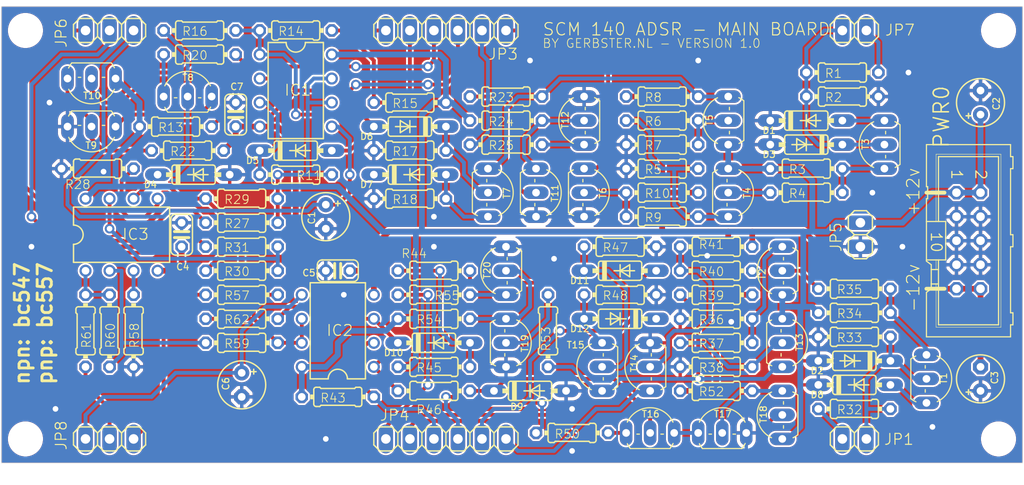
<source format=kicad_pcb>
(kicad_pcb (version 20240108) (generator "pcbnew") (generator_version "8.0")
  (layers (0 "F.Cu" signal) (31 "B.Cu" signal) (34 "B.Paste" user) (35 "F.Paste" user) (36 "B.SilkS" user "B.Silkscreen") (37 "F.SilkS" user "F.Silkscreen") (38 "B.Mask" user) (39 "F.Mask" user) (44 "Edge.Cuts" user))
  (net 0 "")
  (net 1 "MANUAL-TRIGGER-1")
  (net 2 "GND")
  (net 3 "N$3")
  (net 4 "N$4")
  (net 5 "+12V")
  (net 6 "N$5")
  (net 7 "N$6")
  (net 8 "-12V")
  (net 9 "N$7")
  (net 10 "N$8")
  (net 11 "N$9")
  (net 12 "S1-B")
  (net 13 "N$12")
  (net 14 "N$13")
  (net 15 "N$14")
  (net 16 "N$15")
  (net 17 "N$17")
  (net 18 "N$16")
  (net 19 "A1-IN")
  (net 20 "N$23")
  (net 21 "S1-W")
  (net 22 "N$24")
  (net 23 "N$25")
  (net 24 "N$26")
  (net 25 "N$27")
  (net 26 "N$28")
  (net 27 "C1-OUT")
  (net 28 "N$21")
  (net 29 "N$30")
  (net 30 "N$33")
  (net 31 "N$1")
  (net 32 "S1-A")
  (net 33 "MANUAL-TRIGGER-2")
  (net 34 "N$32")
  (net 35 "N$34")
  (net 36 "N$35")
  (net 37 "N$36")
  (net 38 "N$37")
  (net 39 "N$38")
  (net 40 "N$39")
  (net 41 "S2-B")
  (net 42 "N$41")
  (net 43 "N$42")
  (net 44 "N$43")
  (net 45 "N$44")
  (net 46 "N$45")
  (net 47 "N$46")
  (net 48 "A2-IN")
  (net 49 "N$48")
  (net 50 "S2-W")
  (net 51 "N$51")
  (net 52 "N$52")
  (net 53 "N$53")
  (net 54 "N$54")
  (net 55 "N$55")
  (net 56 "C2-OUT")
  (net 57 "N$58")
  (net 58 "N$59")
  (net 59 "N$60")
  (net 60 "N$61")
  (net 61 "S2-A")
  (net 62 "D1-IN")
  (net 63 "R1-IN")
  (net 64 "R2-IN")
  (net 65 "D2-IN")
  (net 66 "GATE-2")
  (net 67 "GATE-1")
  (net 68 "NORM-OUT-1")
  (net 69 "INV-OUT-1")
  (net 70 "NORM-OUT-2")
  (net 71 "INV-OUT-2")
  (footprint "mainboard:0204_7" (layer "F.Cu") (at 119.9261 116.4336)
    (property "Reference" "R59")
    (property "Value" "100k")
  )
  (footprint "mainboard:E2,5-5" (layer "F.Cu") (at 119.9261 120.8786 -90)
    (property "Reference" "C6")
    (property "Value" "3.3u/35v")
  )
  (footprint "mainboard:TO92-CBE" (layer "F.Cu") (at 187.8711 95.4786 90)
    (property "Reference" "T3")
    (property "Value" "")
  )
  (footprint "mainboard:1X03" (layer "F.Cu") (at 105.9561 126.5936)
    (property "Reference" "JP8")
    (property "Value" "")
  )
  (footprint "mainboard:0204_7" (layer "F.Cu") (at 119.9261 103.7336 180)
    (property "Reference" "R27")
    (property "Value" "1k")
  )
  (footprint "mainboard:0204_7" (layer "F.Cu") (at 137.7061 91.0336)
    (property "Reference" "R15")
    (property "Value" "22k")
  )
  (footprint "" (layer "F.Cu") (at 199.9361 126.5936)
    (property "Reference" "@HOLE3" (hide yes))
    (property "Value" "")
  )
  (footprint "mainboard:E2,5-5" (layer "F.Cu") (at 198.0311 91.0336 90)
    (property "Reference" "C2")
    (property "Value" "47u/16v")
  )
  (footprint "mainboard:TO92-EBC" (layer "F.Cu") (at 175.8061 108.8136 90)
    (property "Reference" "T2")
    (property "Value" "")
  )
  (footprint "mainboard:0204_7" (layer "F.Cu") (at 114.2111 96.1136 180)
    (property "Reference" "R22")
    (property "Value" "15k")
  )
  (footprint "mainboard:0204_7" (layer "F.Cu") (at 115.4811 85.9536)
    (property "Reference" "R20")
    (property "Value" "330")
  )
  (footprint "mainboard:TO92-EBC" (layer "F.Cu") (at 104.0511 94.8436 180)
    (property "Reference" "T9")
    (property "Value" "")
  )
  (footprint "mainboard:0204_7" (layer "F.Cu") (at 108.4961 115.1636 90)
    (property "Reference" "R58")
    (property "Value" "47k")
  )
  (footprint "mainboard:0204_7" (layer "F.Cu") (at 154.8511 125.9586 180)
    (property "Reference" "R50")
    (property "Value" "330")
  )
  (footprint "mainboard:0204_7" (layer "F.Cu") (at 119.9261 111.3536 180)
    (property "Reference" "R57")
    (property "Value" "1k")
  )
  (footprint "mainboard:0204_7" (layer "F.Cu") (at 184.6961 113.2586 180)
    (property "Reference" "R34")
    (property "Value" "10k")
  )
  (footprint "mainboard:0204_7" (layer "F.Cu") (at 119.9261 106.2736 180)
    (property "Reference" "R31")
    (property "Value" "1k")
  )
  (footprint "mainboard:0204_7" (layer "F.Cu") (at 119.9261 113.8936 180)
    (property "Reference" "R62")
    (property "Value" "47k")
  )
  (footprint "mainboard:DO35-7" (layer "F.Cu") (at 184.6961 118.3386 180)
    (property "Reference" "D2")
    (property "Value" "")
  )
  (footprint "mainboard:0204_7" (layer "F.Cu") (at 164.3761 92.9386)
    (property "Reference" "R6")
    (property "Value" "22k")
  )
  (footprint "mainboard:DO35-7" (layer "F.Cu") (at 179.6161 95.4786 180)
    (property "Reference" "D1")
    (property "Value" "")
  )
  (footprint "mainboard:E2,5-5" (layer "F.Cu") (at 198.0311 120.2436 90)
    (property "Reference" "C3")
    (property "Value" "47u/16v")
  )
  (footprint "mainboard:1X02" (layer "F.Cu") (at 185.3311 105.0036 90)
    (property "Reference" "JP5")
    (property "Value" "")
  )
  (footprint "mainboard:1X02" (layer "F.Cu") (at 184.6961 83.4136)
    (property "Reference" "JP7")
    (property "Value" "")
  )
  (footprint "mainboard:0204_7" (layer "F.Cu") (at 170.0911 106.2736 180)
    (property "Reference" "R41")
    (property "Value" "560k")
  )
  (footprint "mainboard:0204_7" (layer "F.Cu") (at 140.2461 118.9736 180)
    (property "Reference" "R45")
    (property "Value" "22k")
  )
  (footprint "mainboard:0204_7" (layer "F.Cu") (at 140.2461 121.5136 180)
    (property "Reference" "R46")
    (property "Value" "100k")
  )
  (footprint "mainboard:DIL08" (layer "F.Cu") (at 130.0861 115.1636 90)
    (property "Reference" "IC2")
    (property "Value" "LM4558N")
  )
  (footprint "mainboard:DIL08" (layer "F.Cu") (at 107.2261 105.0036)
    (property "Reference" "IC3")
    (property "Value" "LM4558N")
  )
  (footprint "mainboard:0204_7" (layer "F.Cu") (at 164.3761 100.5586 180)
    (property "Reference" "R10")
    (property "Value" "560k")
  )
  (footprint "mainboard:TO92-CBE" (layer "F.Cu") (at 147.8661 108.8136 90)
    (property "Reference" "T20")
    (property "Value" "")
  )
  (footprint "mainboard:TO92-CBE" (layer "F.Cu") (at 177.0761 124.0536 90)
    (property "Reference" "T18")
    (property "Value" "")
  )
  (footprint "mainboard:TO92-CBE" (layer "F.Cu") (at 163.1061 125.9586)
    (property "Reference" "T16")
    (property "Value" "")
  )
  (footprint "mainboard:1X03" (layer "F.Cu") (at 105.9561 83.4136 180)
    (property "Reference" "JP6")
    (property "Value" "")
  )
  (footprint "mainboard:C025-024X044" (layer "F.Cu") (at 119.2911 92.3036 90)
    (property "Reference" "C7")
    (property "Value" "0.01u")
  )
  (footprint "mainboard:TO92-CBE" (layer "F.Cu") (at 192.3161 120.2436 -90)
    (property "Reference" "T1")
    (property "Value" "")
  )
  (footprint "mainboard:TO92-CBE" (layer "F.Cu") (at 114.2111 90.3986)
    (property "Reference" "T8")
    (property "Value" "")
  )
  (footprint "mainboard:0204_7" (layer "F.Cu") (at 183.4261 90.3986 180)
    (property "Reference" "R2")
    (property "Value" "22k")
  )
  (footprint "mainboard:1X06" (layer "F.Cu") (at 141.5161 126.5936)
    (property "Reference" "JP4")
    (property "Value" "")
  )
  (footprint "mainboard:0204_7" (layer "F.Cu") (at 170.0911 118.9736)
    (property "Reference" "R38")
    (property "Value" "150k")
  )
  (footprint "mainboard:DO35-7" (layer "F.Cu") (at 125.6411 96.1136)
    (property "Reference" "D5")
    (property "Value" "")
  )
  (footprint "mainboard:0204_7" (layer "F.Cu") (at 125.6411 83.4136)
    (property "Reference" "R14")
    (property "Value" "56k")
  )
  (footprint "mainboard:0204_7" (layer "F.Cu") (at 103.4161 115.1636 -90)
    (property "Reference" "R61")
    (property "Value" "1k")
  )
  (footprint "mainboard:0204_7" (layer "F.Cu") (at 164.3761 98.0186)
    (property "Reference" "R5")
    (property "Value" "10k")
  )
  (footprint "mainboard:0204_7" (layer "F.Cu") (at 170.0911 113.8936)
    (property "Reference" "R36")
    (property "Value" "10k")
  )
  (footprint "mainboard:C025-024X044" (layer "F.Cu") (at 113.5761 105.0036 90)
    (property "Reference" "C4")
    (property "Value" "0.01u")
  )
  (footprint "mainboard:C025-024X044" (layer "F.Cu") (at 130.0861 108.8136 180)
    (property "Reference" "C5")
    (property "Value" "0.01u")
  )
  (footprint "mainboard:TO92-CBE" (layer "F.Cu") (at 171.3611 92.9386 90)
    (property "Reference" "T5")
    (property "Value" "")
  )
  (footprint "mainboard:0204_7" (layer "F.Cu") (at 170.0911 108.8136)
    (property "Reference" "R40")
    (property "Value" "56k")
  )
  (footprint "mainboard:0204_7" (layer "F.Cu") (at 179.6161 100.5586 180)
    (property "Reference" "R4")
    (property "Value" "22k")
  )
  (footprint "mainboard:0204_7" (layer "F.Cu") (at 137.7061 96.1136)
    (property "Reference" "R17")
    (property "Value" "47k")
  )
  (footprint "mainboard:DO35-7" (layer "F.Cu") (at 179.6161 92.9386)
    (property "Reference" "D3")
    (property "Value" "")
  )
  (footprint "mainboard:DO35-7" (layer "F.Cu") (at 159.9311 108.8136)
    (property "Reference" "D11")
    (property "Value" "")
  )
  (footprint "mainboard:DO35-7" (layer "F.Cu") (at 114.8461 98.6536)
    (property "Reference" "D4")
    (property "Value" "")
  )
  (footprint "mainboard:0204_7" (layer "F.Cu") (at 125.6411 98.6536)
    (property "Reference" "R11")
    (property "Value" "47k")
  )
  (footprint "" (layer "F.Cu") (at 97.0661 126.5936)
    (property "Reference" "@HOLE0" (hide yes))
    (property "Value" "")
  )
  (footprint "mainboard:0204_7" (layer "F.Cu") (at 130.0861 122.1486 180)
    (property "Reference" "R43")
    (property "Value" "47k")
  )
  (footprint "mainboard:0204_7" (layer "F.Cu") (at 159.9311 106.2736 180)
    (property "Reference" "R47")
    (property "Value" "47k")
  )
  (footprint "mainboard:0204_7" (layer "F.Cu") (at 170.0911 116.4336 180)
    (property "Reference" "R37")
    (property "Value" "22k")
  )
  (footprint "mainboard:0204_7" (layer "F.Cu") (at 152.3111 115.1636 90)
    (property "Reference" "R53")
    (property "Value" "100k")
  )
  (footprint "mainboard:TO92-CBE" (layer "F.Cu") (at 156.1211 92.9386 90)
    (property "Reference" "T12")
    (property "Value" "")
  )
  (footprint "mainboard:0204_7" (layer "F.Cu") (at 147.8661 95.4786 180)
    (property "Reference" "R25")
    (property "Value" "330")
  )
  (footprint "mainboard:0204_7" (layer "F.Cu") (at 164.3761 90.3986)
    (property "Reference" "R8")
    (property "Value" "47k")
  )
  (footprint "mainboard:1X06" (layer "F.Cu") (at 141.5161 83.4136 180)
    (property "Reference" "JP3")
    (property "Value" "")
  )
  (footprint "mainboard:TO92-CBE" (layer "F.Cu") (at 163.1061 118.9736 90)
    (property "Reference" "T14")
    (property "Value" "")
  )
  (footprint "mainboard:TO92-EBC" (layer "F.Cu") (at 172.6311 100.5586 -90)
    (property "Reference" "T4")
    (property "Value" "")
  )
  (footprint "" (layer "F.Cu") (at 97.0661 83.4136)
    (property "Reference" "@HOLE1" (hide yes))
    (property "Value" "")
  )
  (footprint "mainboard:0204_7" (layer "F.Cu") (at 170.0911 121.5136)
    (property "Reference" "R52")
    (property "Value" "15k")
  )
  (footprint "mainboard:0204_7" (layer "F.Cu") (at 140.2461 113.8936 180)
    (property "Reference" "R54")
    (property "Value" "10k")
  )
  (footprint "mainboard:DO35-7" (layer "F.Cu") (at 137.7061 93.5736 180)
    (property "Reference" "D6")
    (property "Value" "")
  )
  (footprint "mainboard:TO92-CBE" (layer "F.Cu") (at 156.1211 100.5586 -90)
    (property "Reference" "T6")
    (property "Value" "")
  )
  (footprint "mainboard:DO35-7" (layer "F.Cu") (at 159.9311 113.8936 180)
    (property "Reference" "D12")
    (property "Value" "")
  )
  (footprint "mainboard:0204_7" (layer "F.Cu") (at 119.9261 101.1936)
    (property "Reference" "R29")
    (property "Value" "100k")
  )
  (footprint "mainboard:0204_7" (layer "F.Cu") (at 119.9261 108.8136)
    (property "Reference" "R30")
    (property "Value" "100k")
  )
  (footprint "mainboard:0204_7" (layer "F.Cu") (at 137.7061 101.1936)
    (property "Reference" "R18")
    (property "Value" "33k")
  )
  (footprint "mainboard:ML10" (layer "F.Cu") (at 196.7611 105.6386 -90)
    (property "Reference" "PWR0")
    (property "Value" "")
  )
  (footprint "mainboard:TO92-CBE" (layer "F.Cu") (at 104.0511 88.4936 180)
    (property "Reference" "T10")
    (property "Value" "")
  )
  (footprint "mainboard:0204_7" (layer "F.Cu") (at 159.9311 111.3536 180)
    (property "Reference" "R48")
    (property "Value" "33k")
  )
  (footprint "mainboard:0204_7" (layer "F.Cu") (at 140.2461 108.8136 180)
    (property "Reference" "R44")
    (property "Value" "56k")
  )
  (footprint "mainboard:0204_7" (layer "F.Cu") (at 147.8661 90.3986 180)
    (property "Reference" "R23")
    (property "Value" "100k")
  )
  (footprint "mainboard:TO92-EBC" (layer "F.Cu") (at 170.7261 124.6886)
    (property "Reference" "T17")
    (property "Value" "")
  )
  (footprint "mainboard:TO92-CBE" (layer "F.Cu") (at 151.0411 100.5586 -90)
    (property "Reference" "T11")
    (property "Value" "")
  )
  (footprint "mainboard:0204_7" (layer "F.Cu") (at 104.6861 98.0186)
    (property "Reference" "R28")
    (property "Value" "47k")
  )
  (footprint "mainboard:0204_7" (layer "F.Cu") (at 183.4261 87.8586 180)
    (property "Reference" "R1")
    (property "Value" "33k")
  )
  (footprint "mainboard:DO35-7" (layer "F.Cu") (at 137.7061 98.6536)
    (property "Reference" "D7")
    (property "Value" "")
  )
  (footprint "mainboard:1X02" (layer "F.Cu") (at 184.6961 126.5936 180)
    (property "Reference" "JP1")
    (property "Value" "")
  )
  (footprint "mainboard:0204_7" (layer "F.Cu") (at 184.6961 115.7986)
    (property "Reference" "R33")
    (property "Value" "22k")
  )
  (footprint "mainboard:0204_7" (layer "F.Cu") (at 164.3761 103.0986)
    (property "Reference" "R9")
    (property "Value" "56k")
  )
  (footprint "mainboard:TO92-EBC" (layer "F.Cu") (at 147.2311 100.5586 -90)
    (property "Reference" "T7")
    (property "Value" "")
  )
  (footprint "mainboard:0204_7" (layer "F.Cu") (at 184.6961 110.7186 180)
    (property "Reference" "R35")
    (property "Value" "22k")
  )
  (footprint "mainboard:TO92-EBC" (layer "F.Cu") (at 156.7561 118.9736 90)
    (property "Reference" "T15")
    (property "Value" "")
  )
  (footprint "" (layer "F.Cu") (at 199.9361 83.4136)
    (property "Reference" "@HOLE2" (hide yes))
    (property "Value" "")
  )
  (footprint "mainboard:0204_7" (layer "F.Cu") (at 147.8661 92.9386 180)
    (property "Reference" "R24")
    (property "Value" "10k")
  )
  (footprint "mainboard:DIL08" (layer "F.Cu") (at 125.6411 89.7636 -90)
    (property "Reference" "IC1")
    (property "Value" "LM4558N")
  )
  (footprint "mainboard:0204_7" (layer "F.Cu") (at 170.0911 111.3536 180)
    (property "Reference" "R39")
    (property "Value" "47k")
  )
  (footprint "mainboard:DO35-7" (layer "F.Cu") (at 150.4061 121.5136)
    (property "Reference" "D9")
    (property "Value" "")
  )
  (footprint "mainboard:0204_7" (layer "F.Cu") (at 140.2461 111.3536 180)
    (property "Reference" "R55")
    (property "Value" "330")
  )
  (footprint "mainboard:0204_7" (layer "F.Cu") (at 105.9561 115.1636 90)
    (property "Reference" "R60")
    (property "Value" "100k")
  )
  (footprint "mainboard:0204_7" (layer "F.Cu") (at 164.3761 95.4786)
    (property "Reference" "R7")
    (property "Value" "150k")
  )
  (footprint "mainboard:0204_7" (layer "F.Cu") (at 184.6961 123.4186)
    (property "Reference" "R32")
    (property "Value" "33k")
  )
  (footprint "mainboard:0204_7" (layer "F.Cu") (at 179.6161 98.0186 180)
    (property "Reference" "R3")
    (property "Value" "10k")
  )
  (footprint "mainboard:0204_7" (layer "F.Cu") (at 115.4811 83.4136)
    (property "Reference" "R16")
    (property "Value" "100k")
  )
  (footprint "mainboard:TO92-CBE" (layer "F.Cu") (at 147.8661 116.4336 -90)
    (property "Reference" "T19")
    (property "Value" "")
  )
  (footprint "mainboard:E2,5-5" (layer "F.Cu") (at 128.8161 103.0986 -90)
    (property "Reference" "C1")
    (property "Value" "3.3u/35v")
  )
  (footprint "mainboard:TO92-CBE" (layer "F.Cu") (at 177.0761 116.4336 -90)
    (property "Reference" "T13")
    (property "Value" "")
  )
  (footprint "mainboard:DO35-7" (layer "F.Cu") (at 184.6961 120.8786)
    (property "Reference" "D8")
    (property "Value" "")
  )
  (footprint "mainboard:0204_7" (layer "F.Cu") (at 112.9411 93.5736 180)
    (property "Reference" "R13")
    (property "Value" "47k")
  )
  (footprint "mainboard:DO35-7" (layer "F.Cu") (at 140.2461 116.4336)
    (property "Reference" "D10")
    (property "Value" "")
  )
  (gr_line (start 194.2211 100.5586) (end 192.3161 100.5586) (stroke (width 0.4064)) (layer "F.SilkS"))
  (gr_line (start 194.2211 110.7186) (end 192.3161 110.7186) (stroke (width 0.4064)) (layer "F.SilkS"))
  (gr_line (start 202.4761 129.1336) (end 202.4761 80.8736) (stroke (width 0.05)) (layer "Edge.Cuts"))
  (gr_line (start 94.5261 129.1336) (end 202.4761 129.1336) (stroke (width 0.05)) (layer "Edge.Cuts"))
  (gr_line (start 202.4761 80.8736) (end 94.5261 80.8736) (stroke (width 0.05)) (layer "Edge.Cuts"))
  (gr_line (start 94.5261 80.8736) (end 94.5261 129.1336) (stroke (width 0.05)) (layer "Edge.Cuts"))
  (gr_text "+12v" (at 191.6811 103.0986 90) (layer "F.SilkS") (effects (font (size 1.308608 1.308608) (thickness 0.113792)) (justify left bottom)))
  (gr_text "BY GERBSTER.NL - VERSION 1.0" (at 151.6761 85.3186 0) (layer "F.SilkS") (effects (font (size 0.93472 0.93472) (thickness 0.08128)) (justify left bottom)))
  (gr_text "npn: bc547\npnp: bc557" (at 100 121 90) (layer "F.SilkS") (effects (font (size 1.5 1.5) (thickness 0.3) (bold yes)) (justify left bottom)))
  (gr_text "SCM 140 ADSR - MAIN BOARD" (at 151.6761 84.0486 0) (layer "F.SilkS") (effects (font (size 1.308608 1.308608) (thickness 0.113792)) (justify left bottom)))
  (gr_text "-12v" (at 191.6811 113.2586 90) (layer "F.SilkS") (effects (font (size 1.308608 1.308608) (thickness 0.113792)) (justify left bottom)))
  (segment (start 180.8861 95.4786) (end 183.4261 95.4786) (width 0.4064) (layer "B.Cu") (net 1))
  (segment (start 179.6161 85.3186) (end 179.6161 87.8586) (width 0.4064) (layer "B.Cu") (net 1))
  (segment (start 179.6161 87.8586) (end 179.6161 90.3986) (width 0.4064) (layer "B.Cu") (net 1))
  (segment (start 183.4261 83.4136) (end 181.5211 83.4136) (width 0.4064) (layer "B.Cu") (net 1))
  (segment (start 181.5211 83.4136) (end 179.6161 85.3186) (width 0.4064) (layer "B.Cu") (net 1))
  (segment (start 179.6161 94.2086) (end 180.8861 95.4786) (width 0.4064) (layer "B.Cu") (net 1))
  (segment (start 187.8711 95.4786) (end 183.4261 95.4786) (width 0.4064) (layer "B.Cu") (net 1))
  (segment (start 179.6161 90.3986) (end 179.6161 94.2086) (width 0.4064) (layer "B.Cu") (net 1))
  (via (at 169.1386 107.2261) (size 1.0064) (drill 0.6) (layers "F.Cu" "B.Cu") (net 2))
  (via (at 186.6011 100.5586) (size 1.0064) (drill 0.6) (layers "F.Cu" "B.Cu") (net 2))
  (via (at 105.3211 98.3361) (size 1.0064) (drill 0.6) (layers "F.Cu" "B.Cu") (net 2))
  (via (at 171.6786 114.2111) (size 1.0064) (drill 0.6) (layers "F.Cu" "B.Cu") (net 2))
  (via (at 192.9511 125.3236) (size 1.0064) (drill 0.6) (layers "F.Cu" "B.Cu") (net 2))
  (via (at 152.9461 107.5436) (size 1.0064) (drill 0.6) (layers "F.Cu" "B.Cu") (net 2))
  (via (at 100.2411 123.4186) (size 1.0064) (drill 0.6) (layers "F.Cu" "B.Cu") (net 2))
  (via (at 154.8511 127.8636) (size 1.0064) (drill 0.6) (layers "F.Cu" "B.Cu") (net 2))
  (via (at 140.2461 106.2736) (size 1.0064) (drill 0.6) (layers "F.Cu" "B.Cu") (net 2))
  (via (at 128.8161 126.5936) (size 1.0064) (drill 0.6) (layers "F.Cu" "B.Cu") (net 2))
  (via (at 190.4111 87.8586) (size 1.0064) (drill 0.6) (layers "F.Cu" "B.Cu") (net 2))
  (via (at 154.8511 123.4186) (size 1.0064) (drill 0.6) (layers "F.Cu" "B.Cu") (net 2))
  (via (at 130.7211 111.3536) (size 1.0064) (drill 0.6) (layers "F.Cu" "B.Cu") (net 2))
  (via (at 168.1861 86.5886) (size 1.0064) (drill 0.6) (layers "F.Cu" "B.Cu") (net 2))
  (via (at 97.7011 106.2736) (size 1.0064) (drill 0.6) (layers "F.Cu" "B.Cu") (net 2))
  (via (at 150.4061 86.5886) (size 1.0064) (drill 0.6) (layers "F.Cu" "B.Cu") (net 2))
  (via (at 99.6061 91.0336) (size 1.0064) (drill 0.6) (layers "F.Cu" "B.Cu") (net 2))
  (via (at 189.7761 106.2736) (size 1.0064) (drill 0.6) (layers "F.Cu" "B.Cu") (net 2))
  (via (at 140.2461 103.0986) (size 1.0064) (drill 0.6) (layers "F.Cu" "B.Cu") (net 2))
  (segment (start 183.4261 92.9386) (end 187.8711 92.9386) (width 0.4064) (layer "B.Cu") (net 3))
  (segment (start 183.4261 100.5586) (end 183.4261 98.0186) (width 0.4064) (layer "B.Cu") (net 4))
  (segment (start 187.8711 98.0186) (end 183.4261 98.0186) (width 0.4064) (layer "B.Cu") (net 4))
  (segment (start 126.2761 118.9736) (end 128.8161 118.9736) (width 0.6096) (layer "B.Cu") (net 5))
  (segment (start 129.4511 85.9536) (end 140.8811 85.9536) (width 0.6096) (layer "B.Cu") (net 5))
  (segment (start 106.5911 96.7486) (end 106.5911 99.9236) (width 0.6096) (layer "B.Cu") (net 5))
  (segment (start 185.3311 103.7336) (end 189.7761 103.7336) (width 0.6096) (layer "B.Cu") (net 5))
  (segment (start 142.1511 91.0336) (end 144.0561 92.9386) (width 0.6096) (layer "B.Cu") (net 5))
  (segment (start 140.2461 91.0336) (end 141.5161 91.0336) (width 0.6096) (layer "B.Cu") (net 5))
  (segment (start 130.0861 117.7036) (end 130.0861 116.4336) (width 0.6096) (layer "B.Cu") (net 5))
  (segment (start 192.9511 100.5586) (end 195.4911 100.5586) (width 0.6096) (layer "B.Cu") (net 5))
  (segment (start 180.8861 113.2586) (end 180.2511 112.6236) (width 0.6096) (layer "B.Cu") (net 5))
  (segment (start 109.1311 94.2086) (end 106.5911 96.7486) (width 0.6096) (layer "B.Cu") (net 5))
  (segment (start 177.0761 112.6236) (end 177.0761 111.3536) (width 0.6096) (layer "B.Cu") (net 5))
  (segment (start 137.7061 118.9736) (end 138.3411 118.3386) (width 0.6096) (layer "B.Cu") (net 5))
  (segment (start 141.5161 86.5886) (end 141.5161 91.0336) (width 0.6096) (layer "B.Cu") (net 5))
  (segment (start 177.0761 113.8936) (end 177.0761 112.6236) (width 0.6096) (layer "B.Cu") (net 5))
  (segment (start 178.9811 98.0186) (end 180.2511 99.2886) (width 0.6096) (layer "B.Cu") (net 5))
  (segment (start 180.2511 99.2886) (end 180.2511 104.6861) (width 0.6096) (layer "B.Cu") (net 5))
  (segment (start 109.1311 93.5736) (end 109.1311 94.2086) (width 0.6096) (layer "B.Cu") (net 5))
  (segment (start 178.9811 125.3236) (end 178.9811 112.6236) (width 0.6096) (layer "B.Cu") (net 5))
  (segment (start 138.3411 104.6861) (end 138.9761 104.6861) (width 0.6096) (layer "B.Cu") (net 5))
  (segment (start 175.8061 98.0186) (end 178.9811 98.0186) (width 0.6096) (layer "B.Cu") (net 5))
  (segment (start 171.3611 98.0186) (end 175.8061 98.0186) (width 0.6096) (layer "B.Cu") (net 5))
  (segment (start 178.9811 112.6236) (end 177.0761 112.6236) (width 0.6096) (layer "B.Cu") (net 5))
  (segment (start 103.4161 101.1936) (end 104.6861 99.9236) (width 0.6096) (layer "B.Cu") (net 5))
  (segment (start 104.6861 99.9236) (end 106.5911 99.9236) (width 0.6096) (layer "B.Cu") (net 5))
  (segment (start 106.5911 99.9236) (end 130.0861 99.9236) (width 0.6096) (layer "B.Cu") (net 5))
  (segment (start 128.8161 118.9736) (end 130.0861 117.7036) (width 0.6096) (layer "B.Cu") (net 5))
  (segment (start 126.2761 122.1486) (end 126.2761 118.9736) (width 0.6096) (layer "B.Cu") (net 5))
  (segment (start 138.9761 104.6861) (end 138.9761 92.3036) (width 0.6096) (layer "B.Cu") (net 5))
  (segment (start 182.7911 103.7336) (end 185.3311 103.7336) (width 0.6096) (layer "B.Cu") (net 5))
  (segment (start 109.1311 91.0336) (end 109.1311 93.5736) (width 0.6096) (layer "B.Cu") (net 5))
  (segment (start 178.9811 112.6236) (end 179.2986 112.6236) (width 0.6096) (layer "B.Cu") (net 5))
  (segment (start 140.8811 85.9536) (end 141.5161 86.5886) (width 0.6096) (layer "B.Cu") (net 5))
  (segment (start 106.5911 88.4936) (end 109.1311 91.0336) (width 0.6096) (layer "B.Cu") (net 5))
  (segment (start 138.3411 113.8936) (end 138.3411 104.6861) (width 0.6096) (layer "B.Cu") (net 5))
  (segment (start 177.7111 126.5936) (end 178.9811 125.3236) (width 0.6096) (layer "B.Cu") (net 5))
  (segment (start 180.2511 104.6861) (end 181.8386 104.6861) (width 0.6096) (layer "B.Cu") (net 5))
  (segment (start 180.2511 112.6236) (end 179.2986 112.6236) (width 0.6096) (layer "B.Cu") (net 5))
  (segment (start 179.2986 104.6861) (end 179.2986 112.6236) (width 0.6096) (layer "B.Cu") (net 5))
  (segment (start 171.3611 98.0186) (end 171.3611 95.4786) (width 0.6096) (layer "B.Cu") (net 5))
  (segment (start 177.0761 126.5936) (end 177.7111 126.5936) (width 0.6096) (layer "B.Cu") (net 5))
  (segment (start 138.3411 113.8936) (end 136.4361 113.8936) (width 0.6096) (layer "B.Cu") (net 5))
  (segment (start 136.4361 118.9736) (end 137.7061 118.9736) (width 0.6096) (layer "B.Cu") (net 5))
  (segment (start 141.5161 91.0336) (end 142.1511 91.0336) (width 0.6096) (layer "B.Cu") (net 5))
  (segment (start 138.3411 118.3386) (end 138.3411 113.8936) (width 0.6096) (layer "B.Cu") (net 5))
  (segment (start 130.0861 99.9236) (end 134.8486 104.6861) (width 0.6096) (layer "B.Cu") (net 5))
  (segment (start 195.4911 100.5586) (end 198.0311 100.5586) (width 0.6096) (layer "B.Cu") (net 5))
  (segment (start 134.8486 104.6861) (end 138.3411 104.6861) (width 0.6096) (layer "B.Cu") (net 5))
  (segment (start 135.1661 115.1636) (end 136.4361 113.8936) (width 0.6096) (layer "B.Cu") (net 5))
  (segment (start 138.9761 104.6861) (end 179.2986 104.6861) (width 0.6096) (layer "B.Cu") (net 5))
  (segment (start 189.7761 103.7336) (end 192.9511 100.5586) (width 0.6096) (layer "B.Cu") (net 5))
  (segment (start 180.2511 104.6861) (end 179.2986 104.6861) (width 0.6096) (layer "B.Cu") (net 5))
  (segment (start 198.0311 92.3036) (end 198.0311 100.5586) (width 0.6096) (layer "B.Cu") (net 5))
  (segment (start 130.0861 116.4336) (end 131.3561 115.1636) (width 0.6096) (layer "B.Cu") (net 5))
  (segment (start 131.3561 115.1636) (end 135.1661 115.1636) (width 0.6096) (layer "B.Cu") (net 5))
  (segment (start 181.8386 104.6861) (end 182.7911 103.7336) (width 0.6096) (layer "B.Cu") (net 5))
  (segment (start 138.9761 92.3036) (end 140.2461 91.0336) (width 0.6096) (layer "B.Cu") (net 5))
  (segment (start 171.3611 100.5586) (end 175.8061 100.5586) (width 0.4064) (layer "B.Cu") (net 6))
  (segment (start 168.1861 98.0186) (end 165.6461 98.0186) (width 0.4064) (layer "B.Cu") (net 7))
  (segment (start 165.6461 101.8286) (end 166.9161 103.0986) (width 0.4064) (layer "B.Cu") (net 7))
  (segment (start 161.8361 92.9386) (end 160.5661 92.9386) (width 0.4064) (layer "B.Cu") (net 7))
  (segment (start 168.1861 103.0986) (end 171.3611 103.0986) (width 0.4064) (layer "B.Cu") (net 7))
  (segment (start 163.1061 96.7486) (end 163.1061 94.2086) (width 0.4064) (layer "B.Cu") (net 7))
  (segment (start 163.1061 94.2086) (end 161.8361 92.9386) (width 0.4064) (layer "B.Cu") (net 7))
  (segment (start 165.6461 98.0186) (end 165.6461 101.8286) (width 0.4064) (layer "B.Cu") (net 7))
  (segment (start 165.6461 98.0186) (end 164.3761 98.0186) (width 0.4064) (layer "B.Cu") (net 7))
  (segment (start 164.3761 98.0186) (end 163.1061 96.7486) (width 0.4064) (layer "B.Cu") (net 7))
  (segment (start 166.9161 103.0986) (end 168.1861 103.0986) (width 0.4064) (layer "B.Cu") (net 7))
  (segment (start 133.8961 108.8136) (end 133.8961 106.2736) (width 0.6096) (layer "F.Cu") (net 8))
  (segment (start 170.0911 120.8786) (end 170.0911 112.6236) (width 0.6096) (layer "F.Cu") (net 8))
  (segment (start 135.4836 104.6861) (end 164.3761 104.6861) (width 0.6096) (layer "F.Cu") (net 8))
  (segment (start 123.7361 93.5736) (end 125.6411 95.4786) (width 0.6096) (layer "F.Cu") (net 8))
  (segment (start 168.1861 100.5586) (end 164.3761 100.5586) (width 0.6096) (layer "F.Cu") (net 8))
  (segment (start 133.8961 106.2736) (end 135.4836 104.6861) (width 0.6096) (layer "F.Cu") (net 8))
  (segment (start 195.4911 110.7186) (end 191.0461 110.7186) (width 0.6096) (layer "F.Cu") (net 8))
  (segment (start 111.0361 108.8136) (end 113.5761 108.8136) (width 0.6096) (layer "F.Cu") (net 8))
  (segment (start 169.4561 121.5136) (end 170.0911 120.8786) (width 0.6096) (layer "F.Cu") (net 8))
  (segment (start 119.9261 108.1786) (end 119.9261 106.2736) (width 0.6096) (layer "F.Cu") (net 8))
  (segment (start 118.0211 96.1136) (end 119.2911 94.8436) (width 0.6096) (layer "F.Cu") (net 8))
  (segment (start 160.5661 90.3986) (end 163.1061 90.3986) (width 0.6096) (layer "F.Cu") (net 8))
  (segment (start 164.3761 100.5586) (end 164.3761 104.6861) (width 0.6096) (layer "F.Cu") (net 8))
  (segment (start 189.1411 108.8136) (end 184.0611 108.8136) (width 0.6096) (layer "F.Cu") (net 8))
  (segment (start 133.8961 108.8136) (end 131.3561 108.8136) (width 0.6096) (layer "F.Cu") (net 8))
  (segment (start 198.0311 118.9736) (end 198.0311 110.7186) (width 0.6096) (layer "F.Cu") (net 8))
  (segment (start 171.3611 104.6861) (end 173.9011 104.6861) (width 0.6096) (layer "F.Cu") (net 8))
  (segment (start 171.3611 111.3536) (end 173.9011 111.3536) (width 0.6096) (layer "F.Cu") (net 8))
  (segment (start 119.2911 94.8436) (end 119.2911 93.5736) (width 0.6096) (layer "F.Cu") (net 8))
  (segment (start 164.3761 91.6686) (end 164.3761 100.5586) (width 0.6096) (layer "F.Cu") (net 8))
  (segment (start 166.2811 121.5136) (end 169.4561 121.5136) (width 0.6096) (layer "F.Cu") (net 8))
  (segment (start 113.5761 108.8136) (end 114.8461 110.0836) (width 0.6096) (layer "F.Cu") (net 8))
  (segment (start 114.8461 110.0836) (end 118.0211 110.0836) (width 0.6096) (layer "F.Cu") (net 8))
  (segment (start 119.9261 106.2736) (end 121.1961 105.0036) (width 0.6096) (layer "F.Cu") (net 8))
  (segment (start 125.6411 105.0036) (end 126.9111 106.2736) (width 0.6096) (layer "F.Cu") (net 8))
  (segment (start 184.0611 108.8136) (end 179.2986 104.6861) (width 0.6096) (layer "F.Cu") (net 8))
  (segment (start 164.3761 104.6861) (end 171.3611 104.6861) (width 0.6096) (layer "F.Cu") (net 8))
  (segment (start 163.1061 90.3986) (end 164.3761 91.6686) (width 0.6096) (layer "F.Cu") (net 8))
  (segment (start 170.0911 112.6236) (end 171.3611 111.3536) (width 0.6096) (layer "F.Cu") (net 8))
  (segment (start 126.9111 106.2736) (end 133.8961 106.2736) (width 0.6096) (layer "F.Cu") (net 8))
  (segment (start 179.2986 104.6861) (end 173.9011 104.6861) (width 0.6096) (layer "F.Cu") (net 8))
  (segment (start 118.0211 110.0836) (end 119.9261 108.1786) (width 0.6096) (layer "F.Cu") (net 8))
  (segment (start 121.8311 93.5736) (end 123.7361 93.5736) (width 0.6096) (layer "F.Cu") (net 8))
  (segment (start 198.0311 110.7186) (end 195.4911 110.7186) (width 0.6096) (layer "F.Cu") (net 8))
  (segment (start 173.9011 104.6861) (end 173.9011 106.2736) (width 0.6096) (layer "F.Cu") (net 8))
  (segment (start 119.2911 93.5736) (end 121.8311 93.5736) (width 0.6096) (layer "F.Cu") (net 8))
  (segment (start 125.6411 95.4786) (end 125.6411 105.0036) (width 0.6096) (layer "F.Cu") (net 8))
  (segment (start 171.3611 104.6861) (end 171.3611 111.3536) (width 0.6096) (layer "F.Cu") (net 8))
  (segment (start 121.1961 105.0036) (end 125.6411 105.0036) (width 0.6096) (layer "F.Cu") (net 8))
  (segment (start 191.0461 110.7186) (end 189.1411 108.8136) (width 0.6096) (layer "F.Cu") (net 8))
  (segment (start 133.8961 111.3536) (end 133.8961 108.8136) (width 0.6096) (layer "F.Cu") (net 8))
  (segment (start 113.5761 106.2736) (end 113.5761 108.8136) (width 0.6096) (layer "F.Cu") (net 8))
  (segment (start 151.6761 90.3986) (end 149.1361 90.3986) (width 0.4064) (layer "B.Cu") (net 9))
  (segment (start 168.1861 90.3986) (end 171.3611 90.3986) (width 0.4064) (layer "B.Cu") (net 9))
  (segment (start 151.6761 90.3986) (end 153.5811 88.4936) (width 0.4064) (layer "B.Cu") (net 9))
  (segment (start 147.8661 91.6686) (end 147.8661 96.7486) (width 0.4064) (layer "B.Cu") (net 9))
  (segment (start 146.5961 98.0186) (end 145.9611 98.0186) (width 0.4064) (layer "B.Cu") (net 9))
  (segment (start 166.2811 88.4936) (end 168.1861 90.3986) (width 0.4064) (layer "B.Cu") (net 9))
  (segment (start 149.1361 90.3986) (end 147.8661 91.6686) (width 0.4064) (layer "B.Cu") (net 9))
  (segment (start 147.8661 96.7486) (end 146.5961 98.0186) (width 0.4064) (layer "B.Cu") (net 9))
  (segment (start 153.5811 88.4936) (end 166.2811 88.4936) (width 0.4064) (layer "B.Cu") (net 9))
  (segment (start 168.1861 92.9386) (end 171.3611 92.9386) (width 0.4064) (layer "B.Cu") (net 10))
  (segment (start 168.1861 95.4786) (end 168.1861 92.9386) (width 0.4064) (layer "B.Cu") (net 10))
  (segment (start 160.5661 100.5586) (end 156.1211 100.5586) (width 0.4064) (layer "B.Cu") (net 11))
  (segment (start 160.5661 103.0986) (end 160.5661 100.5586) (width 0.4064) (layer "B.Cu") (net 11))
  (segment (start 158.6611 96.7486) (end 158.6611 85.9536) (width 0.4064) (layer "F.Cu") (net 12))
  (segment (start 158.6611 85.9536) (end 156.1211 83.4136) (width 0.4064) (layer "F.Cu") (net 12))
  (segment (start 157.3911 98.0186) (end 158.6611 96.7486) (width 0.4064) (layer "F.Cu") (net 12))
  (segment (start 156.1211 98.0186) (end 157.3911 98.0186) (width 0.4064) (layer "F.Cu") (net 12))
  (segment (start 156.1211 83.4136) (end 147.8661 83.4136) (width 0.4064) (layer "F.Cu") (net 12))
  (segment (start 132.6261 92.3036) (end 133.8961 93.5736) (width 0.4064) (layer "F.Cu") (net 13))
  (segment (start 125.6411 92.3036) (end 132.6261 92.3036) (width 0.4064) (layer "F.Cu") (net 13))
  (via (at 125.6411 92.3036) (size 1.0064) (drill 0.6) (layers "F.Cu" "B.Cu") (net 13))
  (segment (start 121.8311 85.9536) (end 124.3711 85.9536) (width 0.4064) (layer "B.Cu") (net 13))
  (segment (start 119.2911 83.4136) (end 121.8311 83.4136) (width 0.4064) (layer "B.Cu") (net 13))
  (segment (start 124.3711 85.9536) (end 125.6411 87.2236) (width 0.4064) (layer "B.Cu") (net 13))
  (segment (start 121.8311 83.4136) (end 121.8311 85.9536) (width 0.4064) (layer "B.Cu") (net 13))
  (segment (start 125.6411 87.2236) (end 125.6411 92.3036) (width 0.4064) (layer "B.Cu") (net 13))
  (segment (start 114.2111 85.9536) (end 111.6711 83.4136) (width 0.4064) (layer "B.Cu") (net 14))
  (segment (start 112.9411 98.6536) (end 114.2111 97.3836) (width 0.4064) (layer "B.Cu") (net 14))
  (segment (start 114.2111 90.3986) (end 114.2111 85.9536) (width 0.4064) (layer "B.Cu") (net 14))
  (segment (start 111.0361 98.6536) (end 112.9411 98.6536) (width 0.4064) (layer "B.Cu") (net 14))
  (segment (start 114.2111 97.3836) (end 114.2111 90.3986) (width 0.4064) (layer "B.Cu") (net 14))
  (segment (start 132.6261 94.8436) (end 135.8011 94.8436) (width 0.4064) (layer "F.Cu") (net 15))
  (segment (start 130.7211 83.4136) (end 129.4511 83.4136) (width 0.4064) (layer "F.Cu") (net 15))
  (segment (start 135.8011 94.8436) (end 136.4361 94.2086) (width 0.4064) (layer "F.Cu") (net 15))
  (segment (start 131.3561 96.1136) (end 132.6261 94.8436) (width 0.4064) (layer "F.Cu") (net 15))
  (segment (start 136.4361 94.2086) (end 136.4361 91.6686) (width 0.4064) (layer "F.Cu") (net 15))
  (segment (start 129.4511 96.1136) (end 131.3561 96.1136) (width 0.4064) (layer "F.Cu") (net 15))
  (segment (start 133.8961 91.0336) (end 133.8961 86.5886) (width 0.4064) (layer "F.Cu") (net 15))
  (segment (start 136.4361 91.6686) (end 135.8011 91.0336) (width 0.4064) (layer "F.Cu") (net 15))
  (segment (start 133.8961 86.5886) (end 130.7211 83.4136) (width 0.4064) (layer "F.Cu") (net 15))
  (segment (start 135.8011 91.0336) (end 133.8961 91.0336) (width 0.4064) (layer "F.Cu") (net 15))
  (segment (start 123.7361 103.7336) (end 123.7361 101.1936) (width 0.4064) (layer "F.Cu") (net 16))
  (segment (start 123.7361 101.1936) (end 123.7361 98.6536) (width 0.4064) (layer "F.Cu") (net 16))
  (via (at 123.7361 98.6536) (size 1.0064) (drill 0.6) (layers "F.Cu" "B.Cu") (net 16))
  (segment (start 123.7361 98.6536) (end 126.9111 98.6536) (width 0.4064) (layer "B.Cu") (net 16))
  (segment (start 129.4511 88.4936) (end 127.5461 88.4936) (width 0.4064) (layer "B.Cu") (net 16))
  (segment (start 127.5461 88.4936) (end 126.9111 89.1286) (width 0.4064) (layer "B.Cu") (net 16))
  (segment (start 126.9111 98.6536) (end 126.9111 91.0336) (width 0.4064) (layer "B.Cu") (net 16))
  (segment (start 129.4511 91.0336) (end 126.9111 91.0336) (width 0.4064) (layer "B.Cu") (net 16))
  (segment (start 126.9111 98.6536) (end 129.4511 98.6536) (width 0.4064) (layer "B.Cu") (net 16))
  (segment (start 126.9111 89.1286) (end 126.9111 91.0336) (width 0.4064) (layer "B.Cu") (net 16))
  (segment (start 142.1511 96.1136) (end 143.4211 97.3836) (width 0.4064) (layer "B.Cu") (net 17))
  (segment (start 143.4211 98.6536) (end 145.3261 100.5586) (width 0.4064) (layer "B.Cu") (net 17))
  (segment (start 141.5161 96.1136) (end 142.1511 96.1136) (width 0.4064) (layer "B.Cu") (net 17))
  (segment (start 141.5161 93.5736) (end 141.5161 96.1136) (width 0.4064) (layer "B.Cu") (net 17))
  (segment (start 145.3261 100.5586) (end 145.9611 100.5586) (width 0.4064) (layer "B.Cu") (net 17))
  (segment (start 143.4211 97.3836) (end 143.4211 98.6536) (width 0.4064) (layer "B.Cu") (net 17))
  (segment (start 141.5161 101.1936) (end 143.4211 103.0986) (width 0.4064) (layer "B.Cu") (net 18))
  (segment (start 141.5161 98.6536) (end 141.5161 101.1936) (width 0.4064) (layer "B.Cu") (net 18))
  (segment (start 143.4211 103.0986) (end 145.9611 103.0986) (width 0.4064) (layer "B.Cu") (net 18))
  (segment (start 137.7061 83.4136) (end 137.7061 97.3836) (width 0.4064) (layer "F.Cu") (net 19))
  (segment (start 133.8961 98.6536) (end 136.4361 98.6536) (width 0.4064) (layer "F.Cu") (net 19))
  (segment (start 136.4361 98.6536) (end 137.7061 97.3836) (width 0.4064) (layer "F.Cu") (net 19))
  (segment (start 111.6711 90.3986) (end 111.6711 85.9536) (width 0.4064) (layer "B.Cu") (net 20))
  (segment (start 131.3561 82.1436) (end 132.6261 83.4136) (width 0.4064) (layer "F.Cu") (net 21))
  (segment (start 107.2261 91.0336) (end 105.3211 91.0336) (width 0.4064) (layer "F.Cu") (net 21))
  (segment (start 132.6261 83.4136) (end 135.1661 83.4136) (width 0.4064) (layer "F.Cu") (net 21))
  (segment (start 131.3561 82.1436) (end 116.1161 82.1436) (width 0.4064) (layer "F.Cu") (net 21))
  (segment (start 114.8461 83.4136) (end 114.8461 86.5886) (width 0.4064) (layer "F.Cu") (net 21))
  (segment (start 116.1161 82.1436) (end 114.8461 83.4136) (width 0.4064) (layer "F.Cu") (net 21))
  (segment (start 110.4011 87.8586) (end 107.2261 91.0336) (width 0.4064) (layer "F.Cu") (net 21))
  (segment (start 104.0511 89.7636) (end 104.0511 88.4936) (width 0.4064) (layer "F.Cu") (net 21))
  (segment (start 114.8461 86.5886) (end 113.5761 87.8586) (width 0.4064) (layer "F.Cu") (net 21))
  (segment (start 113.5761 87.8586) (end 110.4011 87.8586) (width 0.4064) (layer "F.Cu") (net 21))
  (segment (start 105.3211 91.0336) (end 104.0511 89.7636) (width 0.4064) (layer "F.Cu") (net 21))
  (segment (start 104.0511 94.8436) (end 105.3211 96.1136) (width 0.4064) (layer "F.Cu") (net 22))
  (segment (start 104.0511 93.5736) (end 104.0511 94.8436) (width 0.4064) (layer "F.Cu") (net 22))
  (segment (start 105.3211 96.1136) (end 110.4011 96.1136) (width 0.4064) (layer "F.Cu") (net 22))
  (segment (start 104.0511 92.9386) (end 104.0511 93.5736) (width 0.4064) (layer "F.Cu") (net 22))
  (segment (start 101.5111 90.3986) (end 104.0511 92.9386) (width 0.4064) (layer "F.Cu") (net 22))
  (segment (start 101.5111 88.4936) (end 101.5111 90.3986) (width 0.4064) (layer "F.Cu") (net 22))
  (segment (start 111.0361 92.9386) (end 114.8461 92.9386) (width 0.4064) (layer "F.Cu") (net 23))
  (segment (start 106.5911 93.5736) (end 107.8611 92.3036) (width 0.4064) (layer "F.Cu") (net 23))
  (segment (start 110.4011 92.3036) (end 111.0361 92.9386) (width 0.4064) (layer "F.Cu") (net 23))
  (segment (start 114.8461 92.9386) (end 116.7511 91.0336) (width 0.4064) (layer "F.Cu") (net 23))
  (segment (start 116.7511 91.0336) (end 116.7511 90.3986) (width 0.4064) (layer "F.Cu") (net 23))
  (segment (start 107.8611 92.3036) (end 110.4011 92.3036) (width 0.4064) (layer "F.Cu") (net 23))
  (segment (start 148.5011 99.2886) (end 149.7711 100.5586) (width 0.4064) (layer "F.Cu") (net 24))
  (segment (start 144.0561 90.3986) (end 147.2311 90.3986) (width 0.4064) (layer "F.Cu") (net 24))
  (segment (start 147.2311 90.3986) (end 148.5011 91.6686) (width 0.4064) (layer "F.Cu") (net 24))
  (segment (start 149.7711 100.5586) (end 151.0411 100.5586) (width 0.4064) (layer "F.Cu") (net 24))
  (segment (start 148.5011 91.6686) (end 148.5011 99.2886) (width 0.4064) (layer "F.Cu") (net 24))
  (segment (start 149.7711 96.7486) (end 151.0411 98.0186) (width 0.4064) (layer "B.Cu") (net 25))
  (segment (start 149.7711 94.8436) (end 149.7711 96.7486) (width 0.4064) (layer "B.Cu") (net 25))
  (segment (start 156.1211 92.9386) (end 151.6761 92.9386) (width 0.4064) (layer "B.Cu") (net 25))
  (segment (start 151.6761 92.9386) (end 149.7711 94.8436) (width 0.4064) (layer "B.Cu") (net 25))
  (segment (start 151.6761 95.4786) (end 156.1211 95.4786) (width 0.4064) (layer "B.Cu") (net 26))
  (segment (start 128.8161 101.8286) (end 130.0861 101.8286) (width 0.4064) (layer "F.Cu") (net 27))
  (segment (start 130.0861 101.8286) (end 131.3561 100.5586) (width 0.4064) (layer "F.Cu") (net 27))
  (segment (start 131.3561 100.5586) (end 131.3561 98.6536) (width 0.4064) (layer "F.Cu") (net 27))
  (via (at 131.3561 98.6536) (size 1.0064) (drill 0.6) (layers "F.Cu" "B.Cu") (net 27))
  (segment (start 105.3211 96.1136) (end 105.3211 87.2236) (width 0.4064) (layer "B.Cu") (net 27))
  (segment (start 126.9111 102.4636) (end 127.5461 101.8286) (width 0.4064) (layer "B.Cu") (net 27))
  (segment (start 131.3561 98.6536) (end 131.3561 94.8436) (width 0.4064) (layer "B.Cu") (net 27))
  (segment (start 101.5111 101.8286) (end 102.7811 103.0986) (width 0.4064) (layer "B.Cu") (net 27))
  (segment (start 108.4961 84.0486) (end 108.4961 83.4136) (width 0.4064) (layer "B.Cu") (net 27))
  (segment (start 101.5111 99.9236) (end 105.3211 96.1136) (width 0.4064) (layer "B.Cu") (net 27))
  (segment (start 127.5461 101.8286) (end 128.8161 101.8286) (width 0.4064) (layer "B.Cu") (net 27))
  (segment (start 130.0861 93.5736) (end 131.3561 94.8436) (width 0.4064) (layer "B.Cu") (net 27))
  (segment (start 105.3211 87.2236) (end 108.4961 84.0486) (width 0.4064) (layer "B.Cu") (net 27))
  (segment (start 111.6711 103.0986) (end 112.3061 102.4636) (width 0.4064) (layer "B.Cu") (net 27))
  (segment (start 112.3061 102.4636) (end 126.9111 102.4636) (width 0.4064) (layer "B.Cu") (net 27))
  (segment (start 102.7811 103.0986) (end 111.6711 103.0986) (width 0.4064) (layer "B.Cu") (net 27))
  (segment (start 101.5111 101.8286) (end 101.5111 99.9236) (width 0.4064) (layer "B.Cu") (net 27))
  (segment (start 129.4511 93.5736) (end 130.0861 93.5736) (width 0.4064) (layer "B.Cu") (net 27))
  (segment (start 113.5761 101.1936) (end 112.3061 99.9236) (width 0.4064) (layer "F.Cu") (net 28))
  (segment (start 116.1161 108.8136) (end 118.0211 106.9086) (width 0.4064) (layer "F.Cu") (net 28))
  (segment (start 112.3061 99.9236) (end 109.7661 99.9236) (width 0.4064) (layer "F.Cu") (net 28))
  (segment (start 116.1161 101.1936) (end 113.5761 101.1936) (width 0.4064) (layer "F.Cu") (net 28))
  (segment (start 118.0211 103.0986) (end 116.1161 101.1936) (width 0.4064) (layer "F.Cu") (net 28))
  (segment (start 118.0211 106.9086) (end 118.0211 103.0986) (width 0.4064) (layer "F.Cu") (net 28))
  (segment (start 109.7661 99.9236) (end 108.4961 101.1936) (width 0.4064) (layer "F.Cu") (net 28))
  (segment (start 105.9561 104.3686) (end 105.9561 101.1936) (width 0.4064) (layer "F.Cu") (net 29))
  (via (at 105.9561 104.3686) (size 1.0064) (drill 0.6) (layers "F.Cu" "B.Cu") (net 29))
  (segment (start 123.7361 108.8136) (end 123.7361 107.5436) (width 0.4064) (layer "B.Cu") (net 29))
  (segment (start 123.7361 107.5436) (end 109.1311 107.5436) (width 0.4064) (layer "B.Cu") (net 29))
  (segment (start 109.1311 107.5436) (end 105.9561 104.3686) (width 0.4064) (layer "B.Cu") (net 29))
  (segment (start 123.7361 107.5436) (end 123.7361 106.2736) (width 0.4064) (layer "B.Cu") (net 29))
  (segment (start 107.8611 103.0986) (end 109.7661 103.0986) (width 0.4064) (layer "F.Cu") (net 30))
  (segment (start 107.2261 102.4636) (end 107.8611 103.0986) (width 0.4064) (layer "F.Cu") (net 30))
  (segment (start 108.4961 98.0186) (end 107.2261 99.2886) (width 0.4064) (layer "F.Cu") (net 30))
  (segment (start 107.2261 99.2886) (end 107.2261 102.4636) (width 0.4064) (layer "F.Cu") (net 30))
  (segment (start 109.7661 103.0986) (end 111.0361 101.8286) (width 0.4064) (layer "F.Cu") (net 30))
  (segment (start 111.0361 101.8286) (end 111.0361 101.1936) (width 0.4064) (layer "F.Cu") (net 30))
  (segment (start 121.8311 91.0336) (end 122.4661 91.0336) (width 0.4064) (layer "B.Cu") (net 31))
  (segment (start 123.7361 95.4786) (end 123.7361 92.3036) (width 0.4064) (layer "B.Cu") (net 31))
  (segment (start 121.8311 98.6536) (end 121.8311 96.1136) (width 0.4064) (layer "B.Cu") (net 31))
  (segment (start 121.8311 96.1136) (end 123.1011 96.1136) (width 0.4064) (layer "B.Cu") (net 31))
  (segment (start 123.1011 96.1136) (end 123.7361 95.4786) (width 0.4064) (layer "B.Cu") (net 31))
  (segment (start 122.4661 91.0336) (end 123.7361 92.3036) (width 0.4064) (layer "B.Cu") (net 31))
  (segment (start 125.6411 89.7636) (end 123.1011 92.3036) (width 0.4064) (layer "F.Cu") (net 32))
  (segment (start 141.5161 89.1286) (end 142.7861 87.8586) (width 0.4064) (layer "F.Cu") (net 32))
  (segment (start 142.7861 87.8586) (end 142.7861 83.4136) (width 0.4064) (layer "F.Cu") (net 32))
  (segment (start 116.7511 93.5736) (end 118.0211 92.3036) (width 0.4064) (layer "F.Cu") (net 32))
  (segment (start 131.3561 89.7636) (end 131.9911 89.1286) (width 0.4064) (layer "F.Cu") (net 32))
  (segment (start 125.6411 89.7636) (end 131.3561 89.7636) (width 0.4064) (layer "F.Cu") (net 32))
  (segment (start 121.8311 88.4936) (end 124.3711 88.4936) (width 0.4064) (layer "F.Cu") (net 32))
  (segment (start 139.6111 89.1286) (end 141.5161 89.1286) (width 0.4064) (layer "F.Cu") (net 32))
  (segment (start 124.3711 88.4936) (end 125.6411 89.7636) (width 0.4064) (layer "F.Cu") (net 32))
  (segment (start 123.1011 92.3036) (end 118.0211 92.3036) (width 0.4064) (layer "F.Cu") (net 32))
  (via (at 131.9911 89.1286) (size 1.0064) (drill 0.6) (layers "F.Cu" "B.Cu") (net 32))
  (via (at 139.6111 89.1286) (size 1.0064) (drill 0.6) (layers "F.Cu" "B.Cu") (net 32))
  (segment (start 131.9911 89.1286) (end 139.6111 89.1286) (width 0.4064) (layer "B.Cu") (net 32))
  (segment (start 188.5061 118.3386) (end 188.5061 115.7986) (width 0.4064) (layer "B.Cu") (net 33))
  (segment (start 185.9661 120.2436) (end 185.9661 123.4186) (width 0.4064) (layer "B.Cu") (net 33))
  (segment (start 191.0461 120.2436) (end 192.3161 120.2436) (width 0.4064) (layer "B.Cu") (net 33))
  (segment (start 185.9661 123.4186) (end 188.5061 123.4186) (width 0.4064) (layer "B.Cu") (net 33))
  (segment (start 187.8711 118.3386) (end 185.9661 120.2436) (width 0.4064) (layer "B.Cu") (net 33))
  (segment (start 189.1411 118.3386) (end 191.0461 120.2436) (width 0.4064) (layer "B.Cu") (net 33))
  (segment (start 185.9661 126.5936) (end 185.9661 123.4186) (width 0.4064) (layer "B.Cu") (net 33))
  (segment (start 188.5061 118.3386) (end 187.8711 118.3386) (width 0.4064) (layer "B.Cu") (net 33))
  (segment (start 188.5061 118.3386) (end 189.1411 118.3386) (width 0.4064) (layer "B.Cu") (net 33))
  (segment (start 191.0461 122.7836) (end 189.1411 120.8786) (width 0.4064) (layer "B.Cu") (net 34))
  (segment (start 189.1411 120.8786) (end 188.5061 120.8786) (width 0.4064) (layer "B.Cu") (net 34))
  (segment (start 192.3161 122.7836) (end 191.0461 122.7836) (width 0.4064) (layer "B.Cu") (net 34))
  (segment (start 192.3161 117.7036) (end 192.3161 117.0686) (width 0.4064) (layer "B.Cu") (net 35))
  (segment (start 192.3161 117.0686) (end 188.5061 113.2586) (width 0.4064) (layer "B.Cu") (net 35))
  (segment (start 188.5061 113.2586) (end 188.5061 110.7186) (width 0.4064) (layer "B.Cu") (net 35))
  (segment (start 178.9811 108.8136) (end 180.8861 110.7186) (width 0.4064) (layer "F.Cu") (net 36))
  (segment (start 177.0761 108.8136) (end 178.9811 108.8136) (width 0.4064) (layer "F.Cu") (net 36))
  (segment (start 176.4411 106.2736) (end 175.1711 107.5436) (width 0.4064) (layer "B.Cu") (net 37))
  (segment (start 177.0761 106.2736) (end 176.4411 106.2736) (width 0.4064) (layer "B.Cu") (net 37))
  (segment (start 173.9011 113.8936) (end 173.9011 116.4336) (width 0.4064) (layer "B.Cu") (net 37))
  (segment (start 175.1711 112.6236) (end 175.1711 108.8136) (width 0.4064) (layer "B.Cu") (net 37))
  (segment (start 175.1711 107.5436) (end 175.1711 108.8136) (width 0.4064) (layer "B.Cu") (net 37))
  (segment (start 173.9011 113.8936) (end 175.1711 112.6236) (width 0.4064) (layer "B.Cu") (net 37))
  (segment (start 175.1711 108.8136) (end 173.9011 108.8136) (width 0.4064) (layer "B.Cu") (net 37))
  (segment (start 166.2811 111.3536) (end 168.1861 113.2586) (width 0.4064) (layer "F.Cu") (net 38))
  (segment (start 168.1861 113.2586) (end 168.1861 120.2436) (width 0.4064) (layer "F.Cu") (net 38))
  (via (at 168.1861 120.2436) (size 1.0064) (drill 0.6) (layers "F.Cu" "B.Cu") (net 38))
  (segment (start 168.1861 120.2436) (end 175.1711 120.2436) (width 0.4064) (layer "B.Cu") (net 38))
  (segment (start 152.3111 118.9736) (end 154.8511 118.9736) (width 0.4064) (layer "B.Cu") (net 38))
  (segment (start 159.9311 120.2436) (end 168.1861 120.2436) (width 0.4064) (layer "B.Cu") (net 38))
  (segment (start 158.6611 121.5136) (end 159.9311 120.2436) (width 0.4064) (layer "B.Cu") (net 38))
  (segment (start 176.4411 118.9736) (end 177.0761 118.9736) (width 0.4064) (layer "B.Cu") (net 38))
  (segment (start 154.8511 118.9736) (end 157.3911 121.5136) (width 0.4064) (layer "B.Cu") (net 38))
  (segment (start 157.3911 121.5136) (end 158.0261 121.5136) (width 0.4064) (layer "B.Cu") (net 38))
  (segment (start 158.0261 121.5136) (end 158.6611 121.5136) (width 0.4064) (layer "B.Cu") (net 38))
  (segment (start 175.1711 120.2436) (end 176.4411 118.9736) (width 0.4064) (layer "B.Cu") (net 38))
  (segment (start 171.3611 118.9736) (end 173.9011 118.9736) (width 0.4064) (layer "B.Cu") (net 39))
  (segment (start 177.0761 116.4336) (end 176.4411 116.4336) (width 0.4064) (layer "B.Cu") (net 39))
  (segment (start 176.4411 116.4336) (end 173.9011 118.9736) (width 0.4064) (layer "B.Cu") (net 39))
  (segment (start 166.2811 116.4336) (end 168.8211 116.4336) (width 0.4064) (layer "B.Cu") (net 39))
  (segment (start 168.8211 116.4336) (end 171.3611 118.9736) (width 0.4064) (layer "B.Cu") (net 39))
  (segment (start 166.2811 106.2736) (end 166.2811 108.8136) (width 0.4064) (layer "B.Cu") (net 40))
  (segment (start 163.1061 118.9736) (end 163.7411 118.9736) (width 0.4064) (layer "B.Cu") (net 40))
  (segment (start 165.0111 117.7036) (end 165.0111 115.7986) (width 0.4064) (layer "B.Cu") (net 40))
  (segment (start 165.6461 115.1636) (end 168.1861 115.1636) (width 0.4064) (layer "B.Cu") (net 40))
  (segment (start 163.7411 118.9736) (end 165.0111 117.7036) (width 0.4064) (layer "B.Cu") (net 40))
  (segment (start 169.4561 113.8936) (end 169.4561 110.0836) (width 0.4064) (layer "B.Cu") (net 40))
  (segment (start 165.0111 115.7986) (end 165.6461 115.1636) (width 0.4064) (layer "B.Cu") (net 40))
  (segment (start 169.4561 110.0836) (end 168.1861 108.8136) (width 0.4064) (layer "B.Cu") (net 40))
  (segment (start 168.1861 108.8136) (end 166.2811 108.8136) (width 0.4064) (layer "B.Cu") (net 40))
  (segment (start 168.1861 115.1636) (end 169.4561 113.8936) (width 0.4064) (layer "B.Cu") (net 40))
  (segment (start 157.3911 123.4186) (end 159.9311 123.4186) (width 0.4064) (layer "B.Cu") (net 41))
  (segment (start 161.8361 121.5136) (end 163.1061 121.5136) (width 0.4064) (layer "B.Cu") (net 41))
  (segment (start 152.9461 127.8636) (end 157.3911 123.4186) (width 0.4064) (layer "B.Cu") (net 41))
  (segment (start 159.9311 123.4186) (end 161.8361 121.5136) (width 0.4064) (layer "B.Cu") (net 41))
  (segment (start 149.1361 127.8636) (end 152.9461 127.8636) (width 0.4064) (layer "B.Cu") (net 41))
  (segment (start 147.8661 126.5936) (end 149.1361 127.8636) (width 0.4064) (layer "B.Cu") (net 41))
  (segment (start 144.0561 108.8136) (end 144.0561 110.0836) (width 0.4064) (layer "F.Cu") (net 42))
  (segment (start 135.1661 117.7036) (end 133.8961 118.9736) (width 0.4064) (layer "F.Cu") (net 42))
  (segment (start 161.8361 110.0836) (end 144.0561 110.0836) (width 0.4064) (layer "F.Cu") (net 42))
  (segment (start 141.5161 111.3536) (end 141.5161 116.4336) (width 0.4064) (layer "F.Cu") (net 42))
  (segment (start 144.0561 110.0836) (end 142.7861 110.0836) (width 0.4064) (layer "F.Cu") (net 42))
  (segment (start 141.5161 116.4336) (end 140.2461 117.7036) (width 0.4064) (layer "F.Cu") (net 42))
  (segment (start 163.1061 108.8136) (end 161.8361 110.0836) (width 0.4064) (layer "F.Cu") (net 42))
  (segment (start 142.7861 110.0836) (end 141.5161 111.3536) (width 0.4064) (layer "F.Cu") (net 42))
  (segment (start 140.2461 117.7036) (end 135.1661 117.7036) (width 0.4064) (layer "F.Cu") (net 42))
  (segment (start 136.4361 121.5136) (end 133.8961 118.9736) (width 0.4064) (layer "F.Cu") (net 42))
  (segment (start 163.7411 108.8136) (end 163.1061 108.8136) (width 0.4064) (layer "F.Cu") (net 42))
  (segment (start 159.2961 120.2436) (end 147.8661 120.2436) (width 0.4064) (layer "F.Cu") (net 43))
  (segment (start 163.1061 125.9586) (end 163.1061 124.0536) (width 0.4064) (layer "F.Cu") (net 43))
  (segment (start 146.5961 121.5136) (end 144.0561 121.5136) (width 0.4064) (layer "F.Cu") (net 43))
  (segment (start 163.1061 124.0536) (end 159.2961 120.2436) (width 0.4064) (layer "F.Cu") (net 43))
  (segment (start 147.8661 120.2436) (end 146.5961 121.5136) (width 0.4064) (layer "F.Cu") (net 43))
  (segment (start 136.4361 108.8136) (end 140.8811 108.8136) (width 0.4064) (layer "F.Cu") (net 44))
  (via (at 140.8811 108.8136) (size 1.0064) (drill 0.6) (layers "F.Cu" "B.Cu") (net 44))
  (segment (start 142.1511 116.4336) (end 144.0561 116.4336) (width 0.4064) (layer "B.Cu") (net 44))
  (segment (start 144.0561 118.9736) (end 144.0561 116.4336) (width 0.4064) (layer "B.Cu") (net 44))
  (segment (start 140.8811 115.1636) (end 142.1511 116.4336) (width 0.4064) (layer "B.Cu") (net 44))
  (segment (start 140.8811 108.8136) (end 140.8811 115.1636) (width 0.4064) (layer "B.Cu") (net 44))
  (segment (start 121.1961 113.8936) (end 116.1161 113.8936) (width 0.4064) (layer "F.Cu") (net 45))
  (segment (start 121.1961 113.8936) (end 123.7361 116.4336) (width 0.4064) (layer "F.Cu") (net 45))
  (segment (start 123.7361 111.3536) (end 122.4661 111.3536) (width 0.4064) (layer "F.Cu") (net 45))
  (segment (start 126.2761 116.4336) (end 123.7361 116.4336) (width 0.4064) (layer "F.Cu") (net 45))
  (segment (start 122.4661 111.3536) (end 121.1961 112.6236) (width 0.4064) (layer "F.Cu") (net 45))
  (segment (start 121.1961 112.6236) (end 121.1961 113.8936) (width 0.4064) (layer "F.Cu") (net 45))
  (segment (start 126.2761 116.4336) (end 126.2761 113.8936) (width 0.4064) (layer "F.Cu") (net 45))
  (segment (start 158.0261 118.9736) (end 159.9311 118.9736) (width 0.4064) (layer "B.Cu") (net 46))
  (segment (start 156.1211 106.2736) (end 156.1211 108.8136) (width 0.4064) (layer "B.Cu") (net 46))
  (segment (start 160.5661 110.7186) (end 158.6611 108.8136) (width 0.4064) (layer "B.Cu") (net 46))
  (segment (start 160.5661 118.3386) (end 160.5661 110.7186) (width 0.4064) (layer "B.Cu") (net 46))
  (segment (start 159.9311 118.9736) (end 160.5661 118.3386) (width 0.4064) (layer "B.Cu") (net 46))
  (segment (start 158.6611 108.8136) (end 156.1211 108.8136) (width 0.4064) (layer "B.Cu") (net 46))
  (segment (start 156.1211 114.5286) (end 158.0261 116.4336) (width 0.4064) (layer "B.Cu") (net 47))
  (segment (start 156.1211 111.3536) (end 156.1211 113.8936) (width 0.4064) (layer "B.Cu") (net 47))
  (segment (start 156.1211 113.8936) (end 156.1211 114.5286) (width 0.4064) (layer "B.Cu") (net 47))
  (segment (start 159.9311 115.1636) (end 153.5811 115.1636) (width 0.4064) (layer "F.Cu") (net 48))
  (segment (start 161.2011 113.8936) (end 159.9311 115.1636) (width 0.4064) (layer "F.Cu") (net 48))
  (segment (start 163.7411 113.8936) (end 161.2011 113.8936) (width 0.4064) (layer "F.Cu") (net 48))
  (via (at 153.5811 115.1636) (size 1.0064) (drill 0.6) (layers "F.Cu" "B.Cu") (net 48))
  (segment (start 146.5961 123.4186) (end 149.1361 123.4186) (width 0.4064) (layer "B.Cu") (net 48))
  (segment (start 145.3261 124.6886) (end 146.5961 123.4186) (width 0.4064) (layer "B.Cu") (net 48))
  (segment (start 150.4061 122.1486) (end 150.4061 118.3386) (width 0.4064) (layer "B.Cu") (net 48))
  (segment (start 149.1361 123.4186) (end 150.4061 122.1486) (width 0.4064) (layer "B.Cu") (net 48))
  (segment (start 153.5811 115.1636) (end 150.4061 118.3386) (width 0.4064) (layer "B.Cu") (net 48))
  (segment (start 145.3261 126.5936) (end 145.3261 124.6886) (width 0.4064) (layer "B.Cu") (net 48))
  (segment (start 158.6611 125.9586) (end 160.5661 125.9586) (width 0.4064) (layer "F.Cu") (net 49))
  (segment (start 138.9761 124.0536) (end 137.7061 125.3236) (width 0.4064) (layer "F.Cu") (net 50))
  (segment (start 175.1711 127.2286) (end 174.5361 127.8636) (width 0.4064) (layer "F.Cu") (net 50))
  (segment (start 137.7061 125.3236) (end 137.7061 126.5936) (width 0.4064) (layer "F.Cu") (net 50))
  (segment (start 176.4411 124.0536) (end 175.1711 125.3236) (width 0.4064) (layer "F.Cu") (net 50))
  (segment (start 152.9461 124.0536) (end 138.9761 124.0536) (width 0.4064) (layer "F.Cu") (net 50))
  (segment (start 175.1711 125.3236) (end 175.1711 127.2286) (width 0.4064) (layer "F.Cu") (net 50))
  (segment (start 174.5361 127.8636) (end 156.7561 127.8636) (width 0.4064) (layer "F.Cu") (net 50))
  (segment (start 156.7561 127.8636) (end 152.9461 124.0536) (width 0.4064) (layer "F.Cu") (net 50))
  (segment (start 177.0761 124.0536) (end 176.4411 124.0536) (width 0.4064) (layer "F.Cu") (net 50))
  (segment (start 177.0761 121.5136) (end 173.9011 121.5136) (width 0.4064) (layer "B.Cu") (net 51))
  (segment (start 173.9011 121.5136) (end 172.6311 121.5136) (width 0.4064) (layer "B.Cu") (net 51))
  (segment (start 172.6311 121.5136) (end 170.7261 123.4186) (width 0.4064) (layer "B.Cu") (net 51))
  (segment (start 170.7261 123.4186) (end 170.7261 125.9586) (width 0.4064) (layer "B.Cu") (net 51))
  (segment (start 165.6461 125.9586) (end 168.1861 125.9586) (width 0.4064) (layer "B.Cu") (net 52))
  (segment (start 147.8661 116.4336) (end 149.7711 116.4336) (width 0.4064) (layer "B.Cu") (net 53))
  (segment (start 149.7711 116.4336) (end 152.3111 113.8936) (width 0.4064) (layer "B.Cu") (net 53))
  (segment (start 152.3111 113.8936) (end 152.3111 111.3536) (width 0.4064) (layer "B.Cu") (net 53))
  (segment (start 149.1361 113.8936) (end 147.8661 113.8936) (width 0.4064) (layer "B.Cu") (net 54))
  (segment (start 150.4061 110.0836) (end 150.4061 112.6236) (width 0.4064) (layer "B.Cu") (net 54))
  (segment (start 150.4061 112.6236) (end 149.1361 113.8936) (width 0.4064) (layer "B.Cu") (net 54))
  (segment (start 147.8661 108.8136) (end 149.1361 108.8136) (width 0.4064) (layer "B.Cu") (net 54))
  (segment (start 144.0561 113.8936) (end 147.8661 113.8936) (width 0.4064) (layer "B.Cu") (net 54))
  (segment (start 149.1361 108.8136) (end 150.4061 110.0836) (width 0.4064) (layer "B.Cu") (net 54))
  (segment (start 144.0561 111.3536) (end 147.8661 111.3536) (width 0.4064) (layer "B.Cu") (net 55))
  (segment (start 125.0061 112.6236) (end 126.2761 111.3536) (width 0.4064) (layer "B.Cu") (net 56))
  (segment (start 112.9411 119.6086) (end 110.4011 122.1486) (width 0.4064) (layer "B.Cu") (net 56))
  (segment (start 119.9261 119.6086) (end 112.9411 119.6086) (width 0.4064) (layer "B.Cu") (net 56))
  (segment (start 122.4661 112.6236) (end 125.0061 112.6236) (width 0.4064) (layer "B.Cu") (net 56))
  (segment (start 122.4661 112.6236) (end 119.9261 115.1636) (width 0.4064) (layer "B.Cu") (net 56))
  (segment (start 119.9261 115.1636) (end 119.9261 119.6086) (width 0.4064) (layer "B.Cu") (net 56))
  (segment (start 103.4161 124.0536) (end 103.4161 126.5936) (width 0.4064) (layer "B.Cu") (net 56))
  (segment (start 105.3211 122.1486) (end 103.4161 124.0536) (width 0.4064) (layer "B.Cu") (net 56))
  (segment (start 110.4011 122.1486) (end 105.3211 122.1486) (width 0.4064) (layer "B.Cu") (net 56))
  (segment (start 107.2261 116.4336) (end 116.1161 116.4336) (width 0.4064) (layer "B.Cu") (net 57))
  (segment (start 105.9561 118.9736) (end 107.2261 117.7036) (width 0.4064) (layer "B.Cu") (net 57))
  (segment (start 105.9561 108.8136) (end 107.2261 108.8136) (width 0.4064) (layer "B.Cu") (net 57))
  (segment (start 107.2261 117.7036) (end 107.2261 116.4336) (width 0.4064) (layer "B.Cu") (net 57))
  (segment (start 107.2261 108.8136) (end 107.2261 116.4336) (width 0.4064) (layer "B.Cu") (net 57))
  (segment (start 103.4161 111.3536) (end 105.9561 111.3536) (width 0.4064) (layer "B.Cu") (net 58))
  (segment (start 103.4161 108.8136) (end 103.4161 111.3536) (width 0.4064) (layer "B.Cu") (net 58))
  (segment (start 108.4961 111.3536) (end 108.4961 108.8136) (width 0.4064) (layer "B.Cu") (net 59))
  (segment (start 130.7211 113.8936) (end 133.8961 113.8936) (width 0.4064) (layer "F.Cu") (net 60))
  (segment (start 123.7361 113.8936) (end 125.0061 112.6236) (width 0.4064) (layer "F.Cu") (net 60))
  (segment (start 125.0061 112.6236) (end 129.4511 112.6236) (width 0.4064) (layer "F.Cu") (net 60))
  (segment (start 129.4511 112.6236) (end 130.7211 113.8936) (width 0.4064) (layer "F.Cu") (net 60))
  (segment (start 133.8961 113.8936) (end 136.4361 116.4336) (width 0.4064) (layer "F.Cu") (net 60))
  (segment (start 133.2611 116.4336) (end 131.9911 117.7036) (width 0.4064) (layer "F.Cu") (net 61))
  (segment (start 133.8961 122.1486) (end 131.9911 120.2436) (width 0.4064) (layer "F.Cu") (net 61))
  (segment (start 133.8961 116.4336) (end 133.2611 116.4336) (width 0.4064) (layer "F.Cu") (net 61))
  (segment (start 131.9911 120.2436) (end 131.9911 117.7036) (width 0.4064) (layer "F.Cu") (net 61))
  (segment (start 140.2461 124.6886) (end 140.2461 126.5936) (width 0.4064) (layer "B.Cu") (net 61))
  (segment (start 133.8961 122.1486) (end 135.1661 123.4186) (width 0.4064) (layer "B.Cu") (net 61))
  (segment (start 135.1661 123.4186) (end 138.9761 123.4186) (width 0.4064) (layer "B.Cu") (net 61))
  (segment (start 138.9761 123.4186) (end 140.2461 124.6886) (width 0.4064) (layer "B.Cu") (net 61))
  (segment (start 131.9911 87.2236) (end 120.5611 87.2236) (width 0.4064) (layer "F.Cu") (net 62))
  (segment (start 120.5611 87.2236) (end 119.2911 85.9536) (width 0.4064) (layer "F.Cu") (net 62))
  (segment (start 140.2461 83.4136) (end 140.2461 86.5886) (width 0.4064) (layer "F.Cu") (net 62))
  (segment (start 140.2461 86.5886) (end 139.6111 87.2236) (width 0.4064) (layer "F.Cu") (net 62))
  (via (at 139.6111 87.2236) (size 1.0064) (drill 0.6) (layers "F.Cu" "B.Cu") (net 62))
  (via (at 131.9911 87.2236) (size 1.0064) (drill 0.6) (layers "F.Cu" "B.Cu") (net 62))
  (segment (start 139.6111 87.2236) (end 131.9911 87.2236) (width 0.4064) (layer "B.Cu") (net 62))
  (segment (start 145.3261 85.9536) (end 145.3261 83.4136) (width 0.4064) (layer "B.Cu") (net 63))
  (segment (start 145.9611 86.5886) (end 145.3261 85.9536) (width 0.4064) (layer "B.Cu") (net 63))
  (segment (start 145.9611 86.5886) (end 145.9611 94.2086) (width 0.4064) (layer "B.Cu") (net 63))
  (segment (start 145.9611 94.2086) (end 144.6911 95.4786) (width 0.4064) (layer "B.Cu") (net 63))
  (segment (start 144.6911 95.4786) (end 144.0561 95.4786) (width 0.4064) (layer "B.Cu") (net 63))
  (segment (start 136.4361 111.3536) (end 139.6111 111.3536) (width 0.4064) (layer "F.Cu") (net 64))
  (segment (start 139.6111 120.8786) (end 135.1661 125.3236) (width 0.4064) (layer "F.Cu") (net 64))
  (segment (start 135.1661 125.3236) (end 135.1661 126.5936) (width 0.4064) (layer "F.Cu") (net 64))
  (via (at 139.6111 120.8786) (size 1.0064) (drill 0.6) (layers "F.Cu" "B.Cu") (net 64))
  (via (at 139.6111 111.3536) (size 1.0064) (drill 0.6) (layers "F.Cu" "B.Cu") (net 64))
  (segment (start 139.6111 111.3536) (end 139.6111 120.8786) (width 0.4064) (layer "B.Cu") (net 64))
  (segment (start 151.6761 122.7836) (end 142.7861 122.7836) (width 0.4064) (layer "F.Cu") (net 65))
  (segment (start 142.7861 122.7836) (end 142.1511 122.1486) (width 0.4064) (layer "F.Cu") (net 65))
  (segment (start 142.1511 122.1486) (end 141.5161 122.1486) (width 0.4064) (layer "F.Cu") (net 65))
  (via (at 141.5161 122.1486) (size 1.0064) (drill 0.6) (layers "F.Cu" "B.Cu") (net 65))
  (via (at 151.6761 122.7836) (size 1.0064) (drill 0.6) (layers "F.Cu" "B.Cu") (net 65))
  (segment (start 142.7861 124.6886) (end 142.7861 126.5936) (width 0.4064) (layer "B.Cu") (net 65))
  (segment (start 141.5161 122.1486) (end 141.5161 123.4186) (width 0.4064) (layer "B.Cu") (net 65))
  (segment (start 151.6761 125.3236) (end 151.6761 122.7836) (width 0.4064) (layer "B.Cu") (net 65))
  (segment (start 141.5161 123.4186) (end 142.7861 124.6886) (width 0.4064) (layer "B.Cu") (net 65))
  (segment (start 151.0411 125.9586) (end 151.6761 125.3236) (width 0.4064) (layer "B.Cu") (net 65))
  (segment (start 180.8861 123.4186) (end 183.4261 125.9586) (width 0.4064) (layer "B.Cu") (net 66))
  (segment (start 183.4261 125.9586) (end 183.4261 126.5936) (width 0.4064) (layer "B.Cu") (net 66))
  (segment (start 187.2361 84.6836) (end 187.2361 87.8586) (width 0.4064) (layer "B.Cu") (net 67))
  (segment (start 185.9661 83.4136) (end 187.2361 84.6836) (width 0.4064) (layer "B.Cu") (net 67))
  (segment (start 102.7811 105.6386) (end 97.0661 99.9236) (width 0.4064) (layer "F.Cu") (net 68))
  (segment (start 102.1461 83.4136) (end 103.4161 83.4136) (width 0.4064) (layer "F.Cu") (net 68))
  (segment (start 116.1161 103.7336) (end 114.8461 102.4636) (width 0.4064) (layer "F.Cu") (net 68))
  (segment (start 97.0661 99.9236) (end 97.0661 88.4936) (width 0.4064) (layer "F.Cu") (net 68))
  (segment (start 97.0661 88.4936) (end 102.1461 83.4136) (width 0.4064) (layer "F.Cu") (net 68))
  (segment (start 112.3061 102.4636) (end 109.1311 105.6386) (width 0.4064) (layer "F.Cu") (net 68))
  (segment (start 109.1311 105.6386) (end 102.7811 105.6386) (width 0.4064) (layer "F.Cu") (net 68))
  (segment (start 114.8461 102.4636) (end 112.3061 102.4636) (width 0.4064) (layer "F.Cu") (net 68))
  (segment (start 112.3061 105.0036) (end 114.8461 105.0036) (width 0.4064) (layer "F.Cu") (net 69))
  (segment (start 110.4011 106.9086) (end 112.3061 105.0036) (width 0.4064) (layer "F.Cu") (net 69))
  (segment (start 97.7011 103.0986) (end 101.5111 106.9086) (width 0.4064) (layer "F.Cu") (net 69))
  (segment (start 114.8461 105.0036) (end 116.1161 106.2736) (width 0.4064) (layer "F.Cu") (net 69))
  (segment (start 101.5111 106.9086) (end 110.4011 106.9086) (width 0.4064) (layer "F.Cu") (net 69))
  (via (at 97.7011 103.0986) (size 1.0064) (drill 0.6) (layers "F.Cu" "B.Cu") (net 69))
  (segment (start 97.7011 103.0986) (end 97.7011 89.1286) (width 0.4064) (layer "B.Cu") (net 69))
  (segment (start 105.9561 84.6836) (end 105.9561 83.4136) (width 0.4064) (layer "B.Cu") (net 69))
  (segment (start 97.7011 89.1286) (end 100.8761 85.9536) (width 0.4064) (layer "B.Cu") (net 69))
  (segment (start 104.6861 85.9536) (end 105.9561 84.6836) (width 0.4064) (layer "B.Cu") (net 69))
  (segment (start 100.8761 85.9536) (end 104.6861 85.9536) (width 0.4064) (layer "B.Cu") (net 69))
  (segment (start 116.1161 111.3536) (end 114.2111 111.3536) (width 0.4064) (layer "F.Cu") (net 70))
  (segment (start 111.6711 113.8936) (end 111.6711 123.4186) (width 0.4064) (layer "F.Cu") (net 70))
  (segment (start 114.2111 111.3536) (end 111.6711 113.8936) (width 0.4064) (layer "F.Cu") (net 70))
  (segment (start 111.6711 123.4186) (end 108.4961 126.5936) (width 0.4064) (layer "F.Cu") (net 70))
  (segment (start 103.4161 120.8786) (end 105.9561 123.4186) (width 0.4064) (layer "F.Cu") (net 71))
  (segment (start 103.4161 118.9736) (end 103.4161 120.8786) (width 0.4064) (layer "F.Cu") (net 71))
  (segment (start 105.9561 123.4186) (end 105.9561 126.5936) (width 0.4064) (layer "F.Cu") (net 71))
  (zone (net 2) (net_name "GND") (layer "F.Cu") (priority 6) (connect_pads (clearance 0.000001)) (min_thickness 0.1524) (fill yes (thermal_gap 0.3548) (thermal_bridge_width 0.3548))
    (polygon (pts (xy 202.6285 129.286) (xy 94.3737 129.286) (xy 94.3737 80.7212) (xy 202.6285 80.7212)))
  )
  (zone (net 2) (net_name "GND") (layer "B.Cu") (priority 6) (connect_pads (clearance 0.000001)) (min_thickness 0.1524) (fill yes (thermal_gap 0.3548) (thermal_bridge_width 0.3548))
    (polygon (pts (xy 202.6285 129.286) (xy 94.3737 129.286) (xy 94.3737 80.7212) (xy 202.6285 80.7212)))
  )
)
</source>
